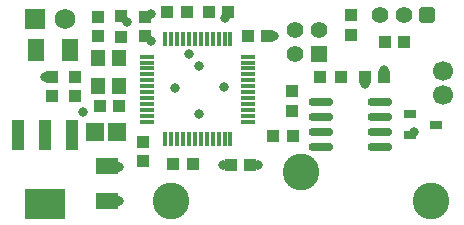
<source format=gts>
G04*
G04 #@! TF.GenerationSoftware,Altium Limited,Altium Designer,21.8.1 (53)*
G04*
G04 Layer_Color=8388736*
%FSLAX44Y44*%
%MOMM*%
G71*
G04*
G04 #@! TF.SameCoordinates,07770754-C78C-4D38-BC67-4B072819B11E*
G04*
G04*
G04 #@! TF.FilePolarity,Negative*
G04*
G01*
G75*
%ADD13R,1.1000X0.7000*%
%ADD14R,1.1000X1.0000*%
%ADD15O,2.1000X0.7000*%
%ADD16R,1.0000X1.1000*%
%ADD17R,1.1000X1.1000*%
%ADD18R,1.1000X1.1000*%
%ADD19R,1.9000X1.4000*%
%ADD20R,1.1000X2.5000*%
%ADD21R,3.4000X2.5000*%
%ADD22R,1.3000X0.4000*%
%ADD23R,0.4000X1.3000*%
%ADD24R,1.2000X1.4000*%
%ADD25R,1.4000X1.9000*%
%ADD26R,1.5000X1.6000*%
%ADD27C,1.4000*%
G04:AMPARAMS|DCode=28|XSize=1.4mm|YSize=1.4mm|CornerRadius=0.375mm|HoleSize=0mm|Usage=FLASHONLY|Rotation=0.000|XOffset=0mm|YOffset=0mm|HoleType=Round|Shape=RoundedRectangle|*
%AMROUNDEDRECTD28*
21,1,1.4000,0.6500,0,0,0.0*
21,1,0.6500,1.4000,0,0,0.0*
1,1,0.7500,0.3250,-0.3250*
1,1,0.7500,-0.3250,-0.3250*
1,1,0.7500,-0.3250,0.3250*
1,1,0.7500,0.3250,0.3250*
%
%ADD28ROUNDEDRECTD28*%
%ADD29C,1.7000*%
%ADD30C,3.1000*%
%ADD31R,1.4000X1.4000*%
%ADD32R,1.7500X1.7500*%
%ADD33C,1.7500*%
%ADD34C,0.8000*%
D13*
X844000Y870000D02*
D03*
X822000Y861000D02*
D03*
Y879000D02*
D03*
D14*
X722000Y881500D02*
D03*
Y898500D02*
D03*
X772000Y962500D02*
D03*
Y945500D02*
D03*
X578000Y961500D02*
D03*
Y944500D02*
D03*
D15*
X797000Y850950D02*
D03*
Y863650D02*
D03*
Y876350D02*
D03*
Y889050D02*
D03*
X747000Y850950D02*
D03*
Y863650D02*
D03*
Y876350D02*
D03*
Y889050D02*
D03*
D16*
X723500Y860000D02*
D03*
X706500D02*
D03*
X616500Y965000D02*
D03*
X633500D02*
D03*
X763500Y910000D02*
D03*
X746500D02*
D03*
X638500Y837000D02*
D03*
X621500D02*
D03*
D17*
X668000Y965000D02*
D03*
X652000D02*
D03*
X784000Y910000D02*
D03*
X800000D02*
D03*
X817000Y940000D02*
D03*
X801000D02*
D03*
X685000Y945000D02*
D03*
X701000D02*
D03*
X576000Y886000D02*
D03*
X560000D02*
D03*
X687000Y836000D02*
D03*
X671000D02*
D03*
D18*
X596000Y855000D02*
D03*
Y839000D02*
D03*
X519000Y894000D02*
D03*
Y910000D02*
D03*
X539000Y894000D02*
D03*
Y910000D02*
D03*
X558000Y945000D02*
D03*
Y961000D02*
D03*
X598000Y945000D02*
D03*
Y961000D02*
D03*
D19*
X566000Y834500D02*
D03*
Y805500D02*
D03*
D20*
X536000Y861000D02*
D03*
X513000D02*
D03*
X490000D02*
D03*
D21*
X513000Y803000D02*
D03*
D22*
X600000Y927500D02*
D03*
Y922500D02*
D03*
Y917500D02*
D03*
Y912500D02*
D03*
Y907500D02*
D03*
Y902500D02*
D03*
Y897500D02*
D03*
Y892500D02*
D03*
Y887500D02*
D03*
Y882500D02*
D03*
Y877500D02*
D03*
Y872500D02*
D03*
X685000D02*
D03*
Y877500D02*
D03*
Y882500D02*
D03*
Y887500D02*
D03*
Y892500D02*
D03*
Y897500D02*
D03*
Y902500D02*
D03*
Y907500D02*
D03*
Y912500D02*
D03*
Y917500D02*
D03*
Y922500D02*
D03*
Y927500D02*
D03*
D23*
X615250Y857500D02*
D03*
X620250D02*
D03*
X625250D02*
D03*
X630250D02*
D03*
X635250D02*
D03*
X640250D02*
D03*
X645250D02*
D03*
X650250D02*
D03*
X655250D02*
D03*
X660250D02*
D03*
X665250D02*
D03*
X670250D02*
D03*
Y942500D02*
D03*
X665250D02*
D03*
X660250D02*
D03*
X655250D02*
D03*
X650250D02*
D03*
X645250D02*
D03*
X640250D02*
D03*
X635250D02*
D03*
X630250D02*
D03*
X625250D02*
D03*
X620250D02*
D03*
X615250D02*
D03*
D24*
X576000Y926000D02*
D03*
Y903000D02*
D03*
X558000D02*
D03*
Y926000D02*
D03*
D25*
X534500Y933000D02*
D03*
X505500D02*
D03*
D26*
X574000Y864000D02*
D03*
X556000D02*
D03*
D27*
X797000Y963000D02*
D03*
X817000D02*
D03*
X745000Y950000D02*
D03*
X725000Y930000D02*
D03*
Y950000D02*
D03*
D28*
X837000Y963000D02*
D03*
D29*
X850000Y915000D02*
D03*
Y895000D02*
D03*
D30*
X730000Y830000D02*
D03*
X620000Y805000D02*
D03*
X840000D02*
D03*
D31*
X745000Y930000D02*
D03*
D32*
X505000Y959000D02*
D03*
D33*
X530000D02*
D03*
D34*
X784000Y904000D02*
D03*
X694000Y836000D02*
D03*
X576000Y834000D02*
D03*
Y805000D02*
D03*
X513000Y910000D02*
D03*
X664000Y836000D02*
D03*
X666000Y960000D02*
D03*
X603000Y964000D02*
D03*
X583000Y957000D02*
D03*
X635000Y930000D02*
D03*
X826000Y864000D02*
D03*
X545000Y881000D02*
D03*
X800000Y916000D02*
D03*
X623000Y901000D02*
D03*
X644000Y879000D02*
D03*
Y920000D02*
D03*
X665000Y902000D02*
D03*
X707000Y945000D02*
D03*
X603000Y941000D02*
D03*
M02*

</source>
